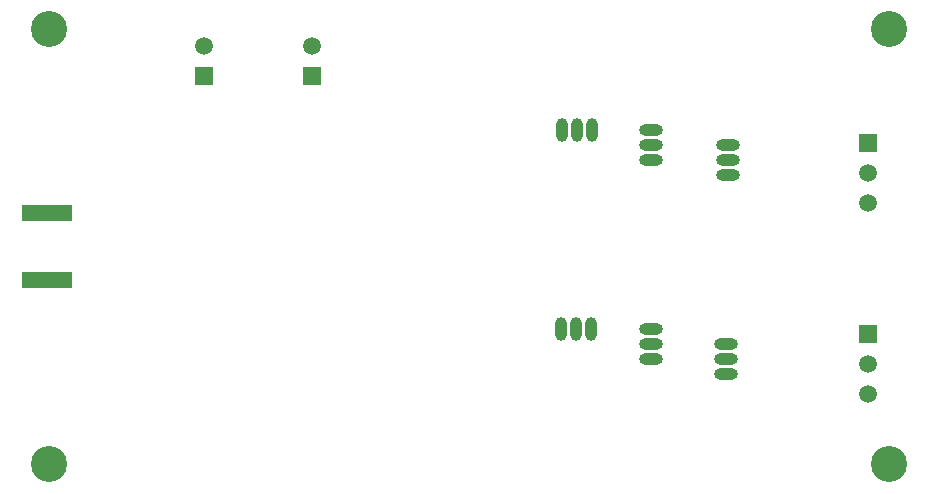
<source format=gbr>
%TF.GenerationSoftware,Altium Limited,Altium Designer,22.7.1 (60)*%
G04 Layer_Color=255*
%FSLAX45Y45*%
%MOMM*%
%TF.SameCoordinates,8DF05635-03F1-411C-9BC5-7CD19558B576*%
%TF.FilePolarity,Positive*%
%TF.FileFunction,Pads,Bot*%
%TF.Part,Single*%
G01*
G75*
%TA.AperFunction,ConnectorPad*%
%ADD12R,4.20000X1.35000*%
%TA.AperFunction,ComponentPad*%
%ADD16R,1.50000X1.50000*%
%ADD17C,1.50000*%
%TA.AperFunction,WasherPad*%
%ADD18C,3.04800*%
%TA.AperFunction,ComponentPad*%
%ADD19O,2.00000X1.00000*%
%ADD20O,2.00000X1.00000*%
%ADD21O,1.00000X2.00000*%
%ADD22O,1.00000X2.00000*%
D12*
X2775900Y4353000D02*
D03*
Y4918000D02*
D03*
D16*
X9728200Y5511800D02*
D03*
Y3898900D02*
D03*
X5016500Y6083300D02*
D03*
X4102100D02*
D03*
D17*
X9728200Y5257800D02*
D03*
Y5003800D02*
D03*
Y3644900D02*
D03*
Y3390900D02*
D03*
X5016500Y6337300D02*
D03*
X4102100D02*
D03*
D18*
X2794000Y6477000D02*
D03*
Y2794000D02*
D03*
X9906000D02*
D03*
Y6477000D02*
D03*
D19*
X8539626Y5245100D02*
D03*
Y5499100D02*
D03*
X8521700Y3556000D02*
D03*
Y3810000D02*
D03*
X7886700Y3683000D02*
D03*
Y3937000D02*
D03*
Y5372100D02*
D03*
Y5626100D02*
D03*
D20*
X8539626Y5372100D02*
D03*
X8521700Y3683000D02*
D03*
X7886700Y3810000D02*
D03*
Y5499100D02*
D03*
D21*
X7124700Y3937000D02*
D03*
X7378700D02*
D03*
X7391400Y5626100D02*
D03*
X7137400D02*
D03*
D22*
X7251700Y3937000D02*
D03*
X7264400Y5626100D02*
D03*
%TF.MD5,6a7c9a630502de1cdfd580b9e47be35b*%
M02*

</source>
